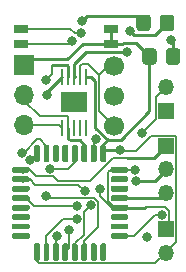
<source format=gbl>
%TF.GenerationSoftware,KiCad,Pcbnew,(5.1.10-1-10_14)*%
%TF.CreationDate,2021-09-29T22:20:09+09:00*%
%TF.ProjectId,seamal,7365616d-616c-42e6-9b69-6361645f7063,rev?*%
%TF.SameCoordinates,Original*%
%TF.FileFunction,Copper,L2,Bot*%
%TF.FilePolarity,Positive*%
%FSLAX46Y46*%
G04 Gerber Fmt 4.6, Leading zero omitted, Abs format (unit mm)*
G04 Created by KiCad (PCBNEW (5.1.10-1-10_14)) date 2021-09-29 22:20:09*
%MOMM*%
%LPD*%
G01*
G04 APERTURE LIST*
%TA.AperFunction,SMDPad,CuDef*%
%ADD10R,2.180000X1.720000*%
%TD*%
%TA.AperFunction,SMDPad,CuDef*%
%ADD11R,0.270000X1.399999*%
%TD*%
%TA.AperFunction,ComponentPad*%
%ADD12O,1.350000X1.350000*%
%TD*%
%TA.AperFunction,ComponentPad*%
%ADD13R,1.350000X1.350000*%
%TD*%
%TA.AperFunction,SMDPad,CuDef*%
%ADD14R,1.270000X0.760000*%
%TD*%
%TA.AperFunction,ComponentPad*%
%ADD15C,1.700000*%
%TD*%
%TA.AperFunction,ComponentPad*%
%ADD16O,1.700000X1.700000*%
%TD*%
%TA.AperFunction,ComponentPad*%
%ADD17R,1.700000X1.700000*%
%TD*%
%TA.AperFunction,ViaPad*%
%ADD18C,0.800000*%
%TD*%
%TA.AperFunction,Conductor*%
%ADD19C,0.250000*%
%TD*%
%TA.AperFunction,Conductor*%
%ADD20C,0.200000*%
%TD*%
G04 APERTURE END LIST*
D10*
%TO.P,U3,EPAD*%
%TO.N,N/C*%
X142849600Y-92075000D03*
D11*
%TO.P,U3,10*%
%TO.N,I2C_SCL*%
X141849599Y-94249999D03*
%TO.P,U3,9*%
%TO.N,I2C_SDA*%
X142349601Y-94249999D03*
%TO.P,U3,8*%
%TO.N,Net-(U3-Pad8)*%
X142849600Y-94249999D03*
%TO.P,U3,7*%
%TO.N,Net-(U3-Pad7)*%
X143349599Y-94249999D03*
%TO.P,U3,6*%
%TO.N,Net-(U3-Pad6)*%
X143849601Y-94249999D03*
%TO.P,U3,5*%
%TO.N,GND*%
X143849601Y-89900001D03*
%TO.P,U3,4*%
%TO.N,+3V8*%
X143349599Y-89900001D03*
%TO.P,U3,3*%
%TO.N,OUT1*%
X142849600Y-89900001D03*
%TO.P,U3,2*%
%TO.N,INSENSE*%
X142349601Y-89900001D03*
%TO.P,U3,1*%
%TO.N,OUT2*%
X141849599Y-89900001D03*
%TD*%
%TO.P,Motor,2*%
%TO.N,OUT1*%
%TA.AperFunction,SMDPad,CuDef*%
G36*
G01*
X150107600Y-85794001D02*
X150107600Y-84893999D01*
G75*
G02*
X150357599Y-84644000I249999J0D01*
G01*
X151057601Y-84644000D01*
G75*
G02*
X151307600Y-84893999I0J-249999D01*
G01*
X151307600Y-85794001D01*
G75*
G02*
X151057601Y-86044000I-249999J0D01*
G01*
X150357599Y-86044000D01*
G75*
G02*
X150107600Y-85794001I0J249999D01*
G01*
G37*
%TD.AperFunction*%
%TO.P,Motor,1*%
%TO.N,OUT2*%
%TA.AperFunction,SMDPad,CuDef*%
G36*
G01*
X148107600Y-85794001D02*
X148107600Y-84893999D01*
G75*
G02*
X148357599Y-84644000I249999J0D01*
G01*
X149057601Y-84644000D01*
G75*
G02*
X149307600Y-84893999I0J-249999D01*
G01*
X149307600Y-85794001D01*
G75*
G02*
X149057601Y-86044000I-249999J0D01*
G01*
X148357599Y-86044000D01*
G75*
G02*
X148107600Y-85794001I0J249999D01*
G01*
G37*
%TD.AperFunction*%
%TD*%
%TO.P,BT1,2*%
%TO.N,GND*%
%TA.AperFunction,SMDPad,CuDef*%
G36*
G01*
X149815600Y-87738799D02*
X149815600Y-88638801D01*
G75*
G02*
X149565601Y-88888800I-249999J0D01*
G01*
X148865599Y-88888800D01*
G75*
G02*
X148615600Y-88638801I0J249999D01*
G01*
X148615600Y-87738799D01*
G75*
G02*
X148865599Y-87488800I249999J0D01*
G01*
X149565601Y-87488800D01*
G75*
G02*
X149815600Y-87738799I0J-249999D01*
G01*
G37*
%TD.AperFunction*%
%TO.P,BT1,1*%
%TO.N,Net-(BT1-Pad1)*%
%TA.AperFunction,SMDPad,CuDef*%
G36*
G01*
X151815600Y-87738799D02*
X151815600Y-88638801D01*
G75*
G02*
X151565601Y-88888800I-249999J0D01*
G01*
X150865599Y-88888800D01*
G75*
G02*
X150615600Y-88638801I0J249999D01*
G01*
X150615600Y-87738799D01*
G75*
G02*
X150865599Y-87488800I249999J0D01*
G01*
X151565601Y-87488800D01*
G75*
G02*
X151815600Y-87738799I0J-249999D01*
G01*
G37*
%TD.AperFunction*%
%TD*%
D12*
%TO.P,J3,2*%
%TO.N,GND*%
X150622000Y-104806500D03*
D13*
%TO.P,J3,1*%
%TO.N,+3V8*%
X150622000Y-102806500D03*
%TD*%
D14*
%TO.P,SW2,1*%
%TO.N,GND*%
X145948400Y-85826600D03*
%TO.P,SW2,3*%
%TO.N,PB1*%
X138328400Y-87096600D03*
%TO.P,SW2,2*%
%TO.N,GND*%
X145948400Y-87096600D03*
%TO.P,SW2,4*%
%TO.N,PB0*%
X138328400Y-85826600D03*
%TD*%
%TO.P,U1,32*%
%TO.N,GND*%
%TA.AperFunction,SMDPad,CuDef*%
G36*
G01*
X145544000Y-95784000D02*
X145544000Y-97034000D01*
G75*
G02*
X145419000Y-97159000I-125000J0D01*
G01*
X145169000Y-97159000D01*
G75*
G02*
X145044000Y-97034000I0J125000D01*
G01*
X145044000Y-95784000D01*
G75*
G02*
X145169000Y-95659000I125000J0D01*
G01*
X145419000Y-95659000D01*
G75*
G02*
X145544000Y-95784000I0J-125000D01*
G01*
G37*
%TD.AperFunction*%
%TO.P,U1,31*%
%TO.N,Net-(R1-Pad2)*%
%TA.AperFunction,SMDPad,CuDef*%
G36*
G01*
X144744000Y-95784000D02*
X144744000Y-97034000D01*
G75*
G02*
X144619000Y-97159000I-125000J0D01*
G01*
X144369000Y-97159000D01*
G75*
G02*
X144244000Y-97034000I0J125000D01*
G01*
X144244000Y-95784000D01*
G75*
G02*
X144369000Y-95659000I125000J0D01*
G01*
X144619000Y-95659000D01*
G75*
G02*
X144744000Y-95784000I0J-125000D01*
G01*
G37*
%TD.AperFunction*%
%TO.P,U1,30*%
%TO.N,I2C_SDA*%
%TA.AperFunction,SMDPad,CuDef*%
G36*
G01*
X143944000Y-95784000D02*
X143944000Y-97034000D01*
G75*
G02*
X143819000Y-97159000I-125000J0D01*
G01*
X143569000Y-97159000D01*
G75*
G02*
X143444000Y-97034000I0J125000D01*
G01*
X143444000Y-95784000D01*
G75*
G02*
X143569000Y-95659000I125000J0D01*
G01*
X143819000Y-95659000D01*
G75*
G02*
X143944000Y-95784000I0J-125000D01*
G01*
G37*
%TD.AperFunction*%
%TO.P,U1,29*%
%TO.N,I2C_SCL*%
%TA.AperFunction,SMDPad,CuDef*%
G36*
G01*
X143144000Y-95784000D02*
X143144000Y-97034000D01*
G75*
G02*
X143019000Y-97159000I-125000J0D01*
G01*
X142769000Y-97159000D01*
G75*
G02*
X142644000Y-97034000I0J125000D01*
G01*
X142644000Y-95784000D01*
G75*
G02*
X142769000Y-95659000I125000J0D01*
G01*
X143019000Y-95659000D01*
G75*
G02*
X143144000Y-95784000I0J-125000D01*
G01*
G37*
%TD.AperFunction*%
%TO.P,U1,28*%
%TO.N,Net-(U1-Pad28)*%
%TA.AperFunction,SMDPad,CuDef*%
G36*
G01*
X142344000Y-95784000D02*
X142344000Y-97034000D01*
G75*
G02*
X142219000Y-97159000I-125000J0D01*
G01*
X141969000Y-97159000D01*
G75*
G02*
X141844000Y-97034000I0J125000D01*
G01*
X141844000Y-95784000D01*
G75*
G02*
X141969000Y-95659000I125000J0D01*
G01*
X142219000Y-95659000D01*
G75*
G02*
X142344000Y-95784000I0J-125000D01*
G01*
G37*
%TD.AperFunction*%
%TO.P,U1,27*%
%TO.N,Net-(U1-Pad27)*%
%TA.AperFunction,SMDPad,CuDef*%
G36*
G01*
X141544000Y-95784000D02*
X141544000Y-97034000D01*
G75*
G02*
X141419000Y-97159000I-125000J0D01*
G01*
X141169000Y-97159000D01*
G75*
G02*
X141044000Y-97034000I0J125000D01*
G01*
X141044000Y-95784000D01*
G75*
G02*
X141169000Y-95659000I125000J0D01*
G01*
X141419000Y-95659000D01*
G75*
G02*
X141544000Y-95784000I0J-125000D01*
G01*
G37*
%TD.AperFunction*%
%TO.P,U1,26*%
%TO.N,LED1*%
%TA.AperFunction,SMDPad,CuDef*%
G36*
G01*
X140744000Y-95784000D02*
X140744000Y-97034000D01*
G75*
G02*
X140619000Y-97159000I-125000J0D01*
G01*
X140369000Y-97159000D01*
G75*
G02*
X140244000Y-97034000I0J125000D01*
G01*
X140244000Y-95784000D01*
G75*
G02*
X140369000Y-95659000I125000J0D01*
G01*
X140619000Y-95659000D01*
G75*
G02*
X140744000Y-95784000I0J-125000D01*
G01*
G37*
%TD.AperFunction*%
%TO.P,U1,25*%
%TO.N,RX*%
%TA.AperFunction,SMDPad,CuDef*%
G36*
G01*
X139944000Y-95784000D02*
X139944000Y-97034000D01*
G75*
G02*
X139819000Y-97159000I-125000J0D01*
G01*
X139569000Y-97159000D01*
G75*
G02*
X139444000Y-97034000I0J125000D01*
G01*
X139444000Y-95784000D01*
G75*
G02*
X139569000Y-95659000I125000J0D01*
G01*
X139819000Y-95659000D01*
G75*
G02*
X139944000Y-95784000I0J-125000D01*
G01*
G37*
%TD.AperFunction*%
%TO.P,U1,24*%
%TO.N,SWCLK*%
%TA.AperFunction,SMDPad,CuDef*%
G36*
G01*
X139069000Y-97659000D02*
X139069000Y-97909000D01*
G75*
G02*
X138944000Y-98034000I-125000J0D01*
G01*
X137694000Y-98034000D01*
G75*
G02*
X137569000Y-97909000I0J125000D01*
G01*
X137569000Y-97659000D01*
G75*
G02*
X137694000Y-97534000I125000J0D01*
G01*
X138944000Y-97534000D01*
G75*
G02*
X139069000Y-97659000I0J-125000D01*
G01*
G37*
%TD.AperFunction*%
%TO.P,U1,23*%
%TO.N,SWDIO*%
%TA.AperFunction,SMDPad,CuDef*%
G36*
G01*
X139069000Y-98459000D02*
X139069000Y-98709000D01*
G75*
G02*
X138944000Y-98834000I-125000J0D01*
G01*
X137694000Y-98834000D01*
G75*
G02*
X137569000Y-98709000I0J125000D01*
G01*
X137569000Y-98459000D01*
G75*
G02*
X137694000Y-98334000I125000J0D01*
G01*
X138944000Y-98334000D01*
G75*
G02*
X139069000Y-98459000I0J-125000D01*
G01*
G37*
%TD.AperFunction*%
%TO.P,U1,22*%
%TO.N,Net-(U1-Pad22)*%
%TA.AperFunction,SMDPad,CuDef*%
G36*
G01*
X139069000Y-99259000D02*
X139069000Y-99509000D01*
G75*
G02*
X138944000Y-99634000I-125000J0D01*
G01*
X137694000Y-99634000D01*
G75*
G02*
X137569000Y-99509000I0J125000D01*
G01*
X137569000Y-99259000D01*
G75*
G02*
X137694000Y-99134000I125000J0D01*
G01*
X138944000Y-99134000D01*
G75*
G02*
X139069000Y-99259000I0J-125000D01*
G01*
G37*
%TD.AperFunction*%
%TO.P,U1,21*%
%TO.N,SPI_CS*%
%TA.AperFunction,SMDPad,CuDef*%
G36*
G01*
X139069000Y-100059000D02*
X139069000Y-100309000D01*
G75*
G02*
X138944000Y-100434000I-125000J0D01*
G01*
X137694000Y-100434000D01*
G75*
G02*
X137569000Y-100309000I0J125000D01*
G01*
X137569000Y-100059000D01*
G75*
G02*
X137694000Y-99934000I125000J0D01*
G01*
X138944000Y-99934000D01*
G75*
G02*
X139069000Y-100059000I0J-125000D01*
G01*
G37*
%TD.AperFunction*%
%TO.P,U1,20*%
%TO.N,Net-(U1-Pad20)*%
%TA.AperFunction,SMDPad,CuDef*%
G36*
G01*
X139069000Y-100859000D02*
X139069000Y-101109000D01*
G75*
G02*
X138944000Y-101234000I-125000J0D01*
G01*
X137694000Y-101234000D01*
G75*
G02*
X137569000Y-101109000I0J125000D01*
G01*
X137569000Y-100859000D01*
G75*
G02*
X137694000Y-100734000I125000J0D01*
G01*
X138944000Y-100734000D01*
G75*
G02*
X139069000Y-100859000I0J-125000D01*
G01*
G37*
%TD.AperFunction*%
%TO.P,U1,19*%
%TO.N,Net-(U1-Pad19)*%
%TA.AperFunction,SMDPad,CuDef*%
G36*
G01*
X139069000Y-101659000D02*
X139069000Y-101909000D01*
G75*
G02*
X138944000Y-102034000I-125000J0D01*
G01*
X137694000Y-102034000D01*
G75*
G02*
X137569000Y-101909000I0J125000D01*
G01*
X137569000Y-101659000D01*
G75*
G02*
X137694000Y-101534000I125000J0D01*
G01*
X138944000Y-101534000D01*
G75*
G02*
X139069000Y-101659000I0J-125000D01*
G01*
G37*
%TD.AperFunction*%
%TO.P,U1,18*%
%TO.N,Net-(U1-Pad18)*%
%TA.AperFunction,SMDPad,CuDef*%
G36*
G01*
X139069000Y-102459000D02*
X139069000Y-102709000D01*
G75*
G02*
X138944000Y-102834000I-125000J0D01*
G01*
X137694000Y-102834000D01*
G75*
G02*
X137569000Y-102709000I0J125000D01*
G01*
X137569000Y-102459000D01*
G75*
G02*
X137694000Y-102334000I125000J0D01*
G01*
X138944000Y-102334000D01*
G75*
G02*
X139069000Y-102459000I0J-125000D01*
G01*
G37*
%TD.AperFunction*%
%TO.P,U1,17*%
%TO.N,Net-(U1-Pad17)*%
%TA.AperFunction,SMDPad,CuDef*%
G36*
G01*
X139069000Y-103259000D02*
X139069000Y-103509000D01*
G75*
G02*
X138944000Y-103634000I-125000J0D01*
G01*
X137694000Y-103634000D01*
G75*
G02*
X137569000Y-103509000I0J125000D01*
G01*
X137569000Y-103259000D01*
G75*
G02*
X137694000Y-103134000I125000J0D01*
G01*
X138944000Y-103134000D01*
G75*
G02*
X139069000Y-103259000I0J-125000D01*
G01*
G37*
%TD.AperFunction*%
%TO.P,U1,16*%
%TO.N,GND*%
%TA.AperFunction,SMDPad,CuDef*%
G36*
G01*
X139944000Y-104134000D02*
X139944000Y-105384000D01*
G75*
G02*
X139819000Y-105509000I-125000J0D01*
G01*
X139569000Y-105509000D01*
G75*
G02*
X139444000Y-105384000I0J125000D01*
G01*
X139444000Y-104134000D01*
G75*
G02*
X139569000Y-104009000I125000J0D01*
G01*
X139819000Y-104009000D01*
G75*
G02*
X139944000Y-104134000I0J-125000D01*
G01*
G37*
%TD.AperFunction*%
%TO.P,U1,15*%
%TO.N,PB1*%
%TA.AperFunction,SMDPad,CuDef*%
G36*
G01*
X140744000Y-104134000D02*
X140744000Y-105384000D01*
G75*
G02*
X140619000Y-105509000I-125000J0D01*
G01*
X140369000Y-105509000D01*
G75*
G02*
X140244000Y-105384000I0J125000D01*
G01*
X140244000Y-104134000D01*
G75*
G02*
X140369000Y-104009000I125000J0D01*
G01*
X140619000Y-104009000D01*
G75*
G02*
X140744000Y-104134000I0J-125000D01*
G01*
G37*
%TD.AperFunction*%
%TO.P,U1,14*%
%TO.N,PB0*%
%TA.AperFunction,SMDPad,CuDef*%
G36*
G01*
X141544000Y-104134000D02*
X141544000Y-105384000D01*
G75*
G02*
X141419000Y-105509000I-125000J0D01*
G01*
X141169000Y-105509000D01*
G75*
G02*
X141044000Y-105384000I0J125000D01*
G01*
X141044000Y-104134000D01*
G75*
G02*
X141169000Y-104009000I125000J0D01*
G01*
X141419000Y-104009000D01*
G75*
G02*
X141544000Y-104134000I0J-125000D01*
G01*
G37*
%TD.AperFunction*%
%TO.P,U1,13*%
%TO.N,SPI_MOSI*%
%TA.AperFunction,SMDPad,CuDef*%
G36*
G01*
X142344000Y-104134000D02*
X142344000Y-105384000D01*
G75*
G02*
X142219000Y-105509000I-125000J0D01*
G01*
X141969000Y-105509000D01*
G75*
G02*
X141844000Y-105384000I0J125000D01*
G01*
X141844000Y-104134000D01*
G75*
G02*
X141969000Y-104009000I125000J0D01*
G01*
X142219000Y-104009000D01*
G75*
G02*
X142344000Y-104134000I0J-125000D01*
G01*
G37*
%TD.AperFunction*%
%TO.P,U1,12*%
%TO.N,SPI_MISO*%
%TA.AperFunction,SMDPad,CuDef*%
G36*
G01*
X143144000Y-104134000D02*
X143144000Y-105384000D01*
G75*
G02*
X143019000Y-105509000I-125000J0D01*
G01*
X142769000Y-105509000D01*
G75*
G02*
X142644000Y-105384000I0J125000D01*
G01*
X142644000Y-104134000D01*
G75*
G02*
X142769000Y-104009000I125000J0D01*
G01*
X143019000Y-104009000D01*
G75*
G02*
X143144000Y-104134000I0J-125000D01*
G01*
G37*
%TD.AperFunction*%
%TO.P,U1,11*%
%TO.N,SPI_SCLK*%
%TA.AperFunction,SMDPad,CuDef*%
G36*
G01*
X143944000Y-104134000D02*
X143944000Y-105384000D01*
G75*
G02*
X143819000Y-105509000I-125000J0D01*
G01*
X143569000Y-105509000D01*
G75*
G02*
X143444000Y-105384000I0J125000D01*
G01*
X143444000Y-104134000D01*
G75*
G02*
X143569000Y-104009000I125000J0D01*
G01*
X143819000Y-104009000D01*
G75*
G02*
X143944000Y-104134000I0J-125000D01*
G01*
G37*
%TD.AperFunction*%
%TO.P,U1,10*%
%TO.N,Net-(U1-Pad10)*%
%TA.AperFunction,SMDPad,CuDef*%
G36*
G01*
X144744000Y-104134000D02*
X144744000Y-105384000D01*
G75*
G02*
X144619000Y-105509000I-125000J0D01*
G01*
X144369000Y-105509000D01*
G75*
G02*
X144244000Y-105384000I0J125000D01*
G01*
X144244000Y-104134000D01*
G75*
G02*
X144369000Y-104009000I125000J0D01*
G01*
X144619000Y-104009000D01*
G75*
G02*
X144744000Y-104134000I0J-125000D01*
G01*
G37*
%TD.AperFunction*%
%TO.P,U1,9*%
%TO.N,Net-(U1-Pad9)*%
%TA.AperFunction,SMDPad,CuDef*%
G36*
G01*
X145544000Y-104134000D02*
X145544000Y-105384000D01*
G75*
G02*
X145419000Y-105509000I-125000J0D01*
G01*
X145169000Y-105509000D01*
G75*
G02*
X145044000Y-105384000I0J125000D01*
G01*
X145044000Y-104134000D01*
G75*
G02*
X145169000Y-104009000I125000J0D01*
G01*
X145419000Y-104009000D01*
G75*
G02*
X145544000Y-104134000I0J-125000D01*
G01*
G37*
%TD.AperFunction*%
%TO.P,U1,8*%
%TO.N,TX*%
%TA.AperFunction,SMDPad,CuDef*%
G36*
G01*
X147419000Y-103259000D02*
X147419000Y-103509000D01*
G75*
G02*
X147294000Y-103634000I-125000J0D01*
G01*
X146044000Y-103634000D01*
G75*
G02*
X145919000Y-103509000I0J125000D01*
G01*
X145919000Y-103259000D01*
G75*
G02*
X146044000Y-103134000I125000J0D01*
G01*
X147294000Y-103134000D01*
G75*
G02*
X147419000Y-103259000I0J-125000D01*
G01*
G37*
%TD.AperFunction*%
%TO.P,U1,7*%
%TO.N,Net-(U1-Pad7)*%
%TA.AperFunction,SMDPad,CuDef*%
G36*
G01*
X147419000Y-102459000D02*
X147419000Y-102709000D01*
G75*
G02*
X147294000Y-102834000I-125000J0D01*
G01*
X146044000Y-102834000D01*
G75*
G02*
X145919000Y-102709000I0J125000D01*
G01*
X145919000Y-102459000D01*
G75*
G02*
X146044000Y-102334000I125000J0D01*
G01*
X147294000Y-102334000D01*
G75*
G02*
X147419000Y-102459000I0J-125000D01*
G01*
G37*
%TD.AperFunction*%
%TO.P,U1,6*%
%TO.N,Net-(U1-Pad6)*%
%TA.AperFunction,SMDPad,CuDef*%
G36*
G01*
X147419000Y-101659000D02*
X147419000Y-101909000D01*
G75*
G02*
X147294000Y-102034000I-125000J0D01*
G01*
X146044000Y-102034000D01*
G75*
G02*
X145919000Y-101909000I0J125000D01*
G01*
X145919000Y-101659000D01*
G75*
G02*
X146044000Y-101534000I125000J0D01*
G01*
X147294000Y-101534000D01*
G75*
G02*
X147419000Y-101659000I0J-125000D01*
G01*
G37*
%TD.AperFunction*%
%TO.P,U1,5*%
%TO.N,+3V8*%
%TA.AperFunction,SMDPad,CuDef*%
G36*
G01*
X147419000Y-100859000D02*
X147419000Y-101109000D01*
G75*
G02*
X147294000Y-101234000I-125000J0D01*
G01*
X146044000Y-101234000D01*
G75*
G02*
X145919000Y-101109000I0J125000D01*
G01*
X145919000Y-100859000D01*
G75*
G02*
X146044000Y-100734000I125000J0D01*
G01*
X147294000Y-100734000D01*
G75*
G02*
X147419000Y-100859000I0J-125000D01*
G01*
G37*
%TD.AperFunction*%
%TO.P,U1,4*%
%TO.N,NRST*%
%TA.AperFunction,SMDPad,CuDef*%
G36*
G01*
X147419000Y-100059000D02*
X147419000Y-100309000D01*
G75*
G02*
X147294000Y-100434000I-125000J0D01*
G01*
X146044000Y-100434000D01*
G75*
G02*
X145919000Y-100309000I0J125000D01*
G01*
X145919000Y-100059000D01*
G75*
G02*
X146044000Y-99934000I125000J0D01*
G01*
X147294000Y-99934000D01*
G75*
G02*
X147419000Y-100059000I0J-125000D01*
G01*
G37*
%TD.AperFunction*%
%TO.P,U1,3*%
%TO.N,Net-(U1-Pad3)*%
%TA.AperFunction,SMDPad,CuDef*%
G36*
G01*
X147419000Y-99259000D02*
X147419000Y-99509000D01*
G75*
G02*
X147294000Y-99634000I-125000J0D01*
G01*
X146044000Y-99634000D01*
G75*
G02*
X145919000Y-99509000I0J125000D01*
G01*
X145919000Y-99259000D01*
G75*
G02*
X146044000Y-99134000I125000J0D01*
G01*
X147294000Y-99134000D01*
G75*
G02*
X147419000Y-99259000I0J-125000D01*
G01*
G37*
%TD.AperFunction*%
%TO.P,U1,2*%
%TO.N,Net-(U1-Pad2)*%
%TA.AperFunction,SMDPad,CuDef*%
G36*
G01*
X147419000Y-98459000D02*
X147419000Y-98709000D01*
G75*
G02*
X147294000Y-98834000I-125000J0D01*
G01*
X146044000Y-98834000D01*
G75*
G02*
X145919000Y-98709000I0J125000D01*
G01*
X145919000Y-98459000D01*
G75*
G02*
X146044000Y-98334000I125000J0D01*
G01*
X147294000Y-98334000D01*
G75*
G02*
X147419000Y-98459000I0J-125000D01*
G01*
G37*
%TD.AperFunction*%
%TO.P,U1,1*%
%TO.N,+3V8*%
%TA.AperFunction,SMDPad,CuDef*%
G36*
G01*
X147419000Y-97659000D02*
X147419000Y-97909000D01*
G75*
G02*
X147294000Y-98034000I-125000J0D01*
G01*
X146044000Y-98034000D01*
G75*
G02*
X145919000Y-97909000I0J125000D01*
G01*
X145919000Y-97659000D01*
G75*
G02*
X146044000Y-97534000I125000J0D01*
G01*
X147294000Y-97534000D01*
G75*
G02*
X147419000Y-97659000I0J-125000D01*
G01*
G37*
%TD.AperFunction*%
%TD*%
D12*
%TO.P,J2,3*%
%TO.N,NRST*%
X150622000Y-99758000D03*
%TO.P,J2,2*%
%TO.N,SWDIO*%
X150622000Y-97758000D03*
D13*
%TO.P,J2,1*%
%TO.N,SWCLK*%
X150622000Y-95758000D03*
%TD*%
D12*
%TO.P,J1,2*%
%TO.N,RX*%
X150622000Y-90773500D03*
D13*
%TO.P,J1,1*%
%TO.N,TX*%
X150622000Y-92773500D03*
%TD*%
D15*
%TO.P,U2,6*%
%TO.N,+3V8*%
X146227800Y-89014300D03*
%TO.P,U2,5*%
%TO.N,Net-(U2-Pad5)*%
X146227800Y-91554300D03*
%TO.P,U2,4*%
%TO.N,+3V8*%
X146227800Y-94094300D03*
D16*
%TO.P,U2,3*%
%TO.N,I2C_SCL*%
X138597800Y-93994300D03*
%TO.P,U2,2*%
%TO.N,I2C_SDA*%
X138597800Y-91454300D03*
D17*
%TO.P,U2,1*%
%TO.N,GND*%
X138597800Y-88914300D03*
%TD*%
D18*
%TO.N,GND*%
X146755646Y-96148600D03*
%TO.N,Net-(R1-Pad2)*%
X144668707Y-95158093D03*
%TO.N,I2C_SCL*%
X140830509Y-97745116D03*
%TO.N,SWDIO*%
X148031200Y-98704400D03*
X143717783Y-99603902D03*
%TO.N,+3V8*%
X147955000Y-97764600D03*
X145034000Y-99421010D03*
%TO.N,RX*%
X139129499Y-96938518D03*
X148564600Y-94691200D03*
%TO.N,TX*%
X150246999Y-101574600D03*
%TO.N,SPI_MOSI*%
X142435258Y-102905000D03*
%TO.N,SPI_MISO*%
X144221200Y-100803903D03*
%TO.N,SPI_SCLK*%
X140432725Y-99978275D03*
%TO.N,SPI_CS*%
X143103600Y-100888800D03*
%TO.N,INSENSE*%
X140411200Y-90220800D03*
%TO.N,OUT1*%
X147548600Y-86055200D03*
X147345400Y-87786502D03*
%TO.N,OUT2*%
X143484600Y-85166200D03*
X140552400Y-91409977D03*
%TO.N,LED1*%
X138455400Y-96342200D03*
%TO.N,PB0*%
X143433800Y-86207600D03*
X149021800Y-103505000D03*
X141364903Y-103366503D03*
%TO.N,PB1*%
X142678953Y-86887902D03*
X143035258Y-101955600D03*
%TO.N,Net-(BT1-Pad1)*%
X151028400Y-86817200D03*
%TD*%
D19*
%TO.N,GND*%
X145948400Y-85826600D02*
X145948400Y-87096600D01*
X143543257Y-87096600D02*
X142214866Y-88424991D01*
X145948400Y-87096600D02*
X143543257Y-87096600D01*
X148088301Y-87061501D02*
X149215600Y-88188800D01*
X146997399Y-87061501D02*
X148088301Y-87061501D01*
X146962300Y-87096600D02*
X146997399Y-87061501D01*
X145948400Y-87096600D02*
X146962300Y-87096600D01*
X139087109Y-88424991D02*
X138597800Y-88914300D01*
X142214866Y-88424991D02*
X139087109Y-88424991D01*
X144234601Y-89900001D02*
X143849601Y-89900001D01*
X144602789Y-90268189D02*
X144234601Y-89900001D01*
X144602789Y-94208291D02*
X144602789Y-90268189D01*
X145663799Y-95269301D02*
X144602789Y-94208291D01*
X146791801Y-95269301D02*
X145663799Y-95269301D01*
X149215600Y-92845502D02*
X146791801Y-95269301D01*
X149215600Y-88188800D02*
X149215600Y-92845502D01*
X145294000Y-95639100D02*
X145663799Y-95269301D01*
X145294000Y-96409000D02*
X145294000Y-95639100D01*
D20*
X139894010Y-105709010D02*
X149719490Y-105709010D01*
X149719490Y-105709010D02*
X150622000Y-104806500D01*
X139694000Y-105509000D02*
X139894010Y-105709010D01*
X139694000Y-104759000D02*
X139694000Y-105509000D01*
X151497001Y-94922999D02*
X151497001Y-103931499D01*
X151457001Y-94882999D02*
X151497001Y-94922999D01*
X151497001Y-103931499D02*
X150622000Y-104806500D01*
X149329693Y-94882999D02*
X151457001Y-94882999D01*
X148052446Y-96160246D02*
X149329693Y-94882999D01*
X145542754Y-96160246D02*
X148052446Y-96160246D01*
X145294000Y-96409000D02*
X145542754Y-96160246D01*
X145554400Y-96148600D02*
X145294000Y-96409000D01*
X146755646Y-96148600D02*
X145554400Y-96148600D01*
%TO.N,Net-(R1-Pad2)*%
X144494000Y-95332800D02*
X144668707Y-95158093D01*
X144494000Y-96409000D02*
X144494000Y-95332800D01*
D19*
%TO.N,I2C_SDA*%
X142349601Y-95170002D02*
X142349601Y-94249999D01*
X143310000Y-95275000D02*
X142454599Y-95275000D01*
X143694000Y-95659000D02*
X143310000Y-95275000D01*
X143694000Y-96409000D02*
X143694000Y-95659000D01*
D20*
X142349601Y-95149998D02*
X142349599Y-95150000D01*
X142349601Y-94249999D02*
X142349601Y-95149998D01*
X138597800Y-92193202D02*
X138597800Y-91454300D01*
X138597800Y-91784602D02*
X138597800Y-91454300D01*
X142349601Y-93350000D02*
X142234602Y-93235001D01*
X142349601Y-94249999D02*
X142349601Y-93350000D01*
X142454599Y-95254996D02*
X142349601Y-95149998D01*
X142454599Y-95275000D02*
X142454599Y-95254996D01*
X142234602Y-93235001D02*
X139911599Y-93235001D01*
X138597800Y-91921202D02*
X138597800Y-91454300D01*
X139911599Y-93235001D02*
X138597800Y-91921202D01*
%TO.N,I2C_SCL*%
X141593900Y-93994300D02*
X141849599Y-94249999D01*
X138597800Y-93994300D02*
X141593900Y-93994300D01*
X142307884Y-97745116D02*
X140830509Y-97745116D01*
X142894000Y-97159000D02*
X142307884Y-97745116D01*
X142894000Y-96409000D02*
X142894000Y-97159000D01*
D19*
%TO.N,SWCLK*%
X150622000Y-95758000D02*
X149631400Y-96748600D01*
X138521639Y-97986639D02*
X138319000Y-97784000D01*
X147343294Y-96748600D02*
X147331647Y-96760247D01*
X149631400Y-96748600D02*
X147343294Y-96748600D01*
D20*
X139069000Y-97784000D02*
X138319000Y-97784000D01*
X141077607Y-98345117D02*
X139630117Y-98345117D01*
X146164034Y-96748600D02*
X144208234Y-98704400D01*
X141436890Y-98704400D02*
X141077607Y-98345117D01*
X139630117Y-98345117D02*
X139069000Y-97784000D01*
X144208234Y-98704400D02*
X141436890Y-98704400D01*
X147343294Y-96748600D02*
X146164034Y-96748600D01*
D19*
%TO.N,SWDIO*%
X150622000Y-97790000D02*
X149707600Y-98704400D01*
X150622000Y-97758000D02*
X150622000Y-97790000D01*
X138464800Y-98729800D02*
X138319000Y-98584000D01*
X149707600Y-98704400D02*
X148031200Y-98704400D01*
D20*
X143717783Y-99603902D02*
X143173881Y-99060000D01*
X139069000Y-98584000D02*
X138319000Y-98584000D01*
X139545000Y-99060000D02*
X139069000Y-98584000D01*
X143173881Y-99060000D02*
X139545000Y-99060000D01*
D19*
%TO.N,+3V8*%
X145985200Y-89039700D02*
X145935700Y-89039700D01*
X148799500Y-100984000D02*
X146669000Y-100984000D01*
D20*
X146259366Y-100984000D02*
X146669000Y-100984000D01*
X145718990Y-100443624D02*
X146259366Y-100984000D01*
X145718990Y-97984010D02*
X145718990Y-100443624D01*
X145919000Y-97784000D02*
X145718990Y-97984010D01*
X146669000Y-97784000D02*
X145919000Y-97784000D01*
X143349599Y-89000002D02*
X143349599Y-89900001D01*
X143500401Y-88849200D02*
X143349599Y-89000002D01*
X143993801Y-88849200D02*
X143500401Y-88849200D01*
X144927799Y-89783198D02*
X143993801Y-88849200D01*
X144927799Y-92794299D02*
X144927799Y-89783198D01*
X146227800Y-94094300D02*
X144927799Y-92794299D01*
X145696697Y-89014300D02*
X144927799Y-89783198D01*
X146227800Y-89014300D02*
X145696697Y-89014300D01*
X147935600Y-97784000D02*
X147955000Y-97764600D01*
X146669000Y-97784000D02*
X147935600Y-97784000D01*
X146031305Y-100984000D02*
X146669000Y-100984000D01*
X145034000Y-99986695D02*
X146031305Y-100984000D01*
X145034000Y-99421010D02*
X145034000Y-99986695D01*
X150847000Y-101286599D02*
X150847000Y-102581500D01*
X150847000Y-102581500D02*
X150622000Y-102806500D01*
X148808901Y-100974599D02*
X150535000Y-100974599D01*
X150535000Y-100974599D02*
X150847000Y-101286599D01*
X148799500Y-100984000D02*
X148808901Y-100974599D01*
D19*
%TO.N,NRST*%
X150196000Y-100184000D02*
X146669000Y-100184000D01*
X150622000Y-99758000D02*
X150196000Y-100184000D01*
D20*
%TO.N,RX*%
X139659017Y-96409000D02*
X139129499Y-96938518D01*
X139694000Y-96409000D02*
X139659017Y-96409000D01*
X149746999Y-93508801D02*
X149746999Y-91648501D01*
X149746999Y-91648501D02*
X150622000Y-90773500D01*
X148564600Y-94691200D02*
X149746999Y-93508801D01*
%TO.N,TX*%
X147871914Y-103384000D02*
X146669000Y-103384000D01*
X149681314Y-101574600D02*
X147871914Y-103384000D01*
X150246999Y-101574600D02*
X149681314Y-101574600D01*
%TO.N,SPI_MOSI*%
X142435258Y-104417742D02*
X142094000Y-104759000D01*
X142435258Y-102905000D02*
X142435258Y-104417742D01*
%TO.N,SPI_MISO*%
X142894000Y-104009000D02*
X143637000Y-103266000D01*
X142894000Y-104759000D02*
X142894000Y-104009000D01*
X143637000Y-101388103D02*
X144221200Y-100803903D01*
X143637000Y-103266000D02*
X143637000Y-101388103D01*
%TO.N,SPI_SCLK*%
X140658352Y-100203902D02*
X140432725Y-99978275D01*
X144509201Y-100203902D02*
X140658352Y-100203902D01*
X144821201Y-100515902D02*
X144509201Y-100203902D01*
X144821201Y-102649219D02*
X144821201Y-100515902D01*
X143694000Y-103776420D02*
X144821201Y-102649219D01*
X143694000Y-104759000D02*
X143694000Y-103776420D01*
%TO.N,SPI_CS*%
X139433434Y-100888800D02*
X138728634Y-100184000D01*
X138728634Y-100184000D02*
X138319000Y-100184000D01*
X143103600Y-100888800D02*
X139433434Y-100888800D01*
D19*
%TO.N,INSENSE*%
X142349601Y-88980002D02*
X142349601Y-89900001D01*
X140971998Y-88875001D02*
X142244600Y-88875001D01*
X142244600Y-88875001D02*
X142349601Y-88980002D01*
D20*
X140971998Y-89660002D02*
X140411200Y-90220800D01*
X140971998Y-88875001D02*
X140971998Y-89660002D01*
D19*
%TO.N,OUT1*%
X142907000Y-89860000D02*
X142866999Y-89900001D01*
X150707600Y-85344000D02*
X149682590Y-86369010D01*
X147862410Y-86369010D02*
X147548600Y-86055200D01*
X149682590Y-86369010D02*
X147862410Y-86369010D01*
X142849600Y-88843591D02*
X142849600Y-89900001D01*
X146726918Y-87839299D02*
X143853892Y-87839299D01*
X146779715Y-87786502D02*
X146726918Y-87839299D01*
X143853892Y-87839299D02*
X142849600Y-88843591D01*
X147345400Y-87786502D02*
X146779715Y-87786502D01*
%TO.N,OUT2*%
X148707600Y-85344000D02*
X148485199Y-85121599D01*
X148129801Y-84766201D02*
X148707600Y-85344000D01*
X143884599Y-84766201D02*
X148129801Y-84766201D01*
X143484600Y-85166200D02*
X143884599Y-84766201D01*
X140552400Y-91197200D02*
X141849599Y-89900001D01*
X140552400Y-91409977D02*
X140552400Y-91197200D01*
D20*
%TO.N,LED1*%
X140494000Y-95746582D02*
X139913791Y-95166373D01*
X140494000Y-96409000D02*
X140494000Y-95746582D01*
X138551166Y-96342200D02*
X138455400Y-96342200D01*
X139726993Y-95166373D02*
X138551166Y-96342200D01*
X139913791Y-95166373D02*
X139726993Y-95166373D01*
%TO.N,PB0*%
X142886653Y-86207600D02*
X143433800Y-86207600D01*
X142505653Y-85826600D02*
X142886653Y-86207600D01*
X138328400Y-85826600D02*
X142505653Y-85826600D01*
X141294000Y-104207944D02*
X141294000Y-104759000D01*
X141294000Y-103437406D02*
X141364903Y-103366503D01*
X141294000Y-104759000D02*
X141294000Y-103437406D01*
%TO.N,PB1*%
X142470255Y-87096600D02*
X142678953Y-86887902D01*
X138328400Y-87096600D02*
X142470255Y-87096600D01*
X140494000Y-105168634D02*
X140494000Y-104759000D01*
X141927276Y-101955600D02*
X140494000Y-103388876D01*
X140494000Y-103388876D02*
X140494000Y-104759000D01*
X141927276Y-101955600D02*
X143035258Y-101955600D01*
D19*
%TO.N,Net-(BT1-Pad1)*%
X151215600Y-87004400D02*
X151028400Y-86817200D01*
X151215600Y-88188800D02*
X151215600Y-87004400D01*
%TD*%
M02*

</source>
